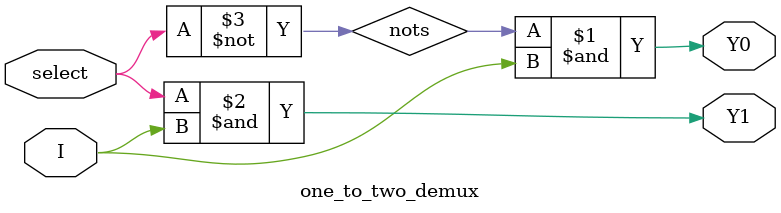
<source format=v>
module one_to_two_demux(
    input I,
    input select,
    output Y0,
    output Y1
);
    wire nots;
    not u1(nots, select);
    and u2(Y0, nots, I);
    and u3(Y1, select, I);
endmodule
//file.vvp 1_to_2_DEMUX.v testbench.v
</source>
